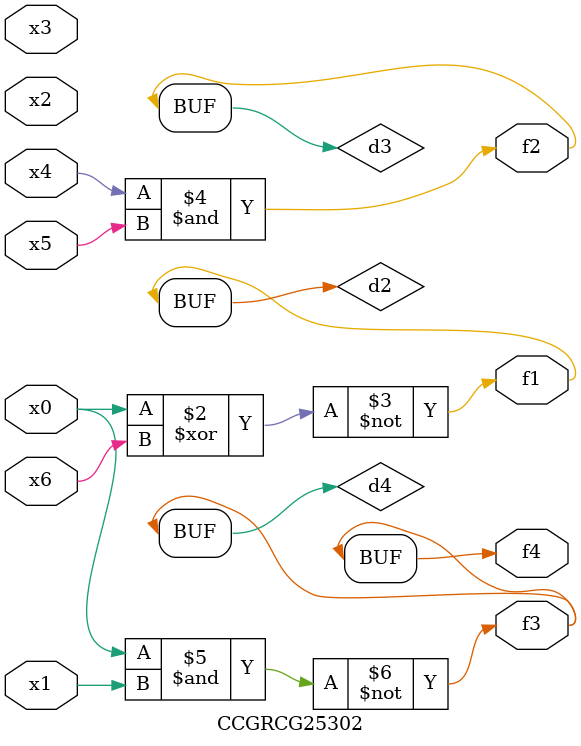
<source format=v>
module CCGRCG25302(
	input x0, x1, x2, x3, x4, x5, x6,
	output f1, f2, f3, f4
);

	wire d1, d2, d3, d4;

	nor (d1, x0);
	xnor (d2, x0, x6);
	and (d3, x4, x5);
	nand (d4, x0, x1);
	assign f1 = d2;
	assign f2 = d3;
	assign f3 = d4;
	assign f4 = d4;
endmodule

</source>
